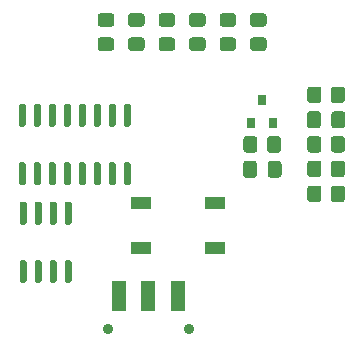
<source format=gbr>
%TF.GenerationSoftware,KiCad,Pcbnew,(5.1.9-0-10_14)*%
%TF.CreationDate,2021-04-10T21:21:16-04:00*%
%TF.ProjectId,Hexo,4865786f-2e6b-4696-9361-645f70636258,1*%
%TF.SameCoordinates,Original*%
%TF.FileFunction,Soldermask,Top*%
%TF.FilePolarity,Negative*%
%FSLAX46Y46*%
G04 Gerber Fmt 4.6, Leading zero omitted, Abs format (unit mm)*
G04 Created by KiCad (PCBNEW (5.1.9-0-10_14)) date 2021-04-10 21:21:16*
%MOMM*%
%LPD*%
G01*
G04 APERTURE LIST*
%ADD10R,1.250000X2.500000*%
%ADD11C,0.900000*%
%ADD12R,1.700000X1.000000*%
%ADD13R,0.800000X0.900000*%
G04 APERTURE END LIST*
%TO.C,R3*%
G36*
G01*
X163022498Y-96858999D02*
X163022498Y-97759001D01*
G75*
G02*
X162772499Y-98009000I-249999J0D01*
G01*
X162072497Y-98009000D01*
G75*
G02*
X161822498Y-97759001I0J249999D01*
G01*
X161822498Y-96858999D01*
G75*
G02*
X162072497Y-96609000I249999J0D01*
G01*
X162772499Y-96609000D01*
G75*
G02*
X163022498Y-96858999I0J-249999D01*
G01*
G37*
G36*
G01*
X165022498Y-96858999D02*
X165022498Y-97759001D01*
G75*
G02*
X164772499Y-98009000I-249999J0D01*
G01*
X164072497Y-98009000D01*
G75*
G02*
X163822498Y-97759001I0J249999D01*
G01*
X163822498Y-96858999D01*
G75*
G02*
X164072497Y-96609000I249999J0D01*
G01*
X164772499Y-96609000D01*
G75*
G02*
X165022498Y-96858999I0J-249999D01*
G01*
G37*
%TD*%
%TO.C,C1*%
G36*
G01*
X159645880Y-94754000D02*
X159645880Y-95704000D01*
G75*
G02*
X159395880Y-95954000I-250000J0D01*
G01*
X158720880Y-95954000D01*
G75*
G02*
X158470880Y-95704000I0J250000D01*
G01*
X158470880Y-94754000D01*
G75*
G02*
X158720880Y-94504000I250000J0D01*
G01*
X159395880Y-94504000D01*
G75*
G02*
X159645880Y-94754000I0J-250000D01*
G01*
G37*
G36*
G01*
X157570880Y-94754000D02*
X157570880Y-95704000D01*
G75*
G02*
X157320880Y-95954000I-250000J0D01*
G01*
X156645880Y-95954000D01*
G75*
G02*
X156395880Y-95704000I0J250000D01*
G01*
X156395880Y-94754000D01*
G75*
G02*
X156645880Y-94504000I250000J0D01*
G01*
X157320880Y-94504000D01*
G75*
G02*
X157570880Y-94754000I0J-250000D01*
G01*
G37*
%TD*%
D10*
%TO.C,SW2*%
X145880880Y-105959000D03*
X148380880Y-105959000D03*
X150880880Y-105959000D03*
D11*
X144980880Y-108709000D03*
X151780880Y-108709000D03*
%TD*%
D12*
%TO.C,SW1*%
X154030880Y-101909000D03*
X147730880Y-101909000D03*
X154030880Y-98109000D03*
X147730880Y-98109000D03*
%TD*%
%TO.C,U2*%
G36*
G01*
X146435880Y-94639000D02*
X146735880Y-94639000D01*
G75*
G02*
X146885880Y-94789000I0J-150000D01*
G01*
X146885880Y-96439000D01*
G75*
G02*
X146735880Y-96589000I-150000J0D01*
G01*
X146435880Y-96589000D01*
G75*
G02*
X146285880Y-96439000I0J150000D01*
G01*
X146285880Y-94789000D01*
G75*
G02*
X146435880Y-94639000I150000J0D01*
G01*
G37*
G36*
G01*
X145165880Y-94639000D02*
X145465880Y-94639000D01*
G75*
G02*
X145615880Y-94789000I0J-150000D01*
G01*
X145615880Y-96439000D01*
G75*
G02*
X145465880Y-96589000I-150000J0D01*
G01*
X145165880Y-96589000D01*
G75*
G02*
X145015880Y-96439000I0J150000D01*
G01*
X145015880Y-94789000D01*
G75*
G02*
X145165880Y-94639000I150000J0D01*
G01*
G37*
G36*
G01*
X143895880Y-94639000D02*
X144195880Y-94639000D01*
G75*
G02*
X144345880Y-94789000I0J-150000D01*
G01*
X144345880Y-96439000D01*
G75*
G02*
X144195880Y-96589000I-150000J0D01*
G01*
X143895880Y-96589000D01*
G75*
G02*
X143745880Y-96439000I0J150000D01*
G01*
X143745880Y-94789000D01*
G75*
G02*
X143895880Y-94639000I150000J0D01*
G01*
G37*
G36*
G01*
X142625880Y-94639000D02*
X142925880Y-94639000D01*
G75*
G02*
X143075880Y-94789000I0J-150000D01*
G01*
X143075880Y-96439000D01*
G75*
G02*
X142925880Y-96589000I-150000J0D01*
G01*
X142625880Y-96589000D01*
G75*
G02*
X142475880Y-96439000I0J150000D01*
G01*
X142475880Y-94789000D01*
G75*
G02*
X142625880Y-94639000I150000J0D01*
G01*
G37*
G36*
G01*
X141355880Y-94639000D02*
X141655880Y-94639000D01*
G75*
G02*
X141805880Y-94789000I0J-150000D01*
G01*
X141805880Y-96439000D01*
G75*
G02*
X141655880Y-96589000I-150000J0D01*
G01*
X141355880Y-96589000D01*
G75*
G02*
X141205880Y-96439000I0J150000D01*
G01*
X141205880Y-94789000D01*
G75*
G02*
X141355880Y-94639000I150000J0D01*
G01*
G37*
G36*
G01*
X140085880Y-94639000D02*
X140385880Y-94639000D01*
G75*
G02*
X140535880Y-94789000I0J-150000D01*
G01*
X140535880Y-96439000D01*
G75*
G02*
X140385880Y-96589000I-150000J0D01*
G01*
X140085880Y-96589000D01*
G75*
G02*
X139935880Y-96439000I0J150000D01*
G01*
X139935880Y-94789000D01*
G75*
G02*
X140085880Y-94639000I150000J0D01*
G01*
G37*
G36*
G01*
X138815880Y-94639000D02*
X139115880Y-94639000D01*
G75*
G02*
X139265880Y-94789000I0J-150000D01*
G01*
X139265880Y-96439000D01*
G75*
G02*
X139115880Y-96589000I-150000J0D01*
G01*
X138815880Y-96589000D01*
G75*
G02*
X138665880Y-96439000I0J150000D01*
G01*
X138665880Y-94789000D01*
G75*
G02*
X138815880Y-94639000I150000J0D01*
G01*
G37*
G36*
G01*
X137545880Y-94639000D02*
X137845880Y-94639000D01*
G75*
G02*
X137995880Y-94789000I0J-150000D01*
G01*
X137995880Y-96439000D01*
G75*
G02*
X137845880Y-96589000I-150000J0D01*
G01*
X137545880Y-96589000D01*
G75*
G02*
X137395880Y-96439000I0J150000D01*
G01*
X137395880Y-94789000D01*
G75*
G02*
X137545880Y-94639000I150000J0D01*
G01*
G37*
G36*
G01*
X137545880Y-89689000D02*
X137845880Y-89689000D01*
G75*
G02*
X137995880Y-89839000I0J-150000D01*
G01*
X137995880Y-91489000D01*
G75*
G02*
X137845880Y-91639000I-150000J0D01*
G01*
X137545880Y-91639000D01*
G75*
G02*
X137395880Y-91489000I0J150000D01*
G01*
X137395880Y-89839000D01*
G75*
G02*
X137545880Y-89689000I150000J0D01*
G01*
G37*
G36*
G01*
X138815880Y-89689000D02*
X139115880Y-89689000D01*
G75*
G02*
X139265880Y-89839000I0J-150000D01*
G01*
X139265880Y-91489000D01*
G75*
G02*
X139115880Y-91639000I-150000J0D01*
G01*
X138815880Y-91639000D01*
G75*
G02*
X138665880Y-91489000I0J150000D01*
G01*
X138665880Y-89839000D01*
G75*
G02*
X138815880Y-89689000I150000J0D01*
G01*
G37*
G36*
G01*
X140085880Y-89689000D02*
X140385880Y-89689000D01*
G75*
G02*
X140535880Y-89839000I0J-150000D01*
G01*
X140535880Y-91489000D01*
G75*
G02*
X140385880Y-91639000I-150000J0D01*
G01*
X140085880Y-91639000D01*
G75*
G02*
X139935880Y-91489000I0J150000D01*
G01*
X139935880Y-89839000D01*
G75*
G02*
X140085880Y-89689000I150000J0D01*
G01*
G37*
G36*
G01*
X141355880Y-89689000D02*
X141655880Y-89689000D01*
G75*
G02*
X141805880Y-89839000I0J-150000D01*
G01*
X141805880Y-91489000D01*
G75*
G02*
X141655880Y-91639000I-150000J0D01*
G01*
X141355880Y-91639000D01*
G75*
G02*
X141205880Y-91489000I0J150000D01*
G01*
X141205880Y-89839000D01*
G75*
G02*
X141355880Y-89689000I150000J0D01*
G01*
G37*
G36*
G01*
X142625880Y-89689000D02*
X142925880Y-89689000D01*
G75*
G02*
X143075880Y-89839000I0J-150000D01*
G01*
X143075880Y-91489000D01*
G75*
G02*
X142925880Y-91639000I-150000J0D01*
G01*
X142625880Y-91639000D01*
G75*
G02*
X142475880Y-91489000I0J150000D01*
G01*
X142475880Y-89839000D01*
G75*
G02*
X142625880Y-89689000I150000J0D01*
G01*
G37*
G36*
G01*
X143895880Y-89689000D02*
X144195880Y-89689000D01*
G75*
G02*
X144345880Y-89839000I0J-150000D01*
G01*
X144345880Y-91489000D01*
G75*
G02*
X144195880Y-91639000I-150000J0D01*
G01*
X143895880Y-91639000D01*
G75*
G02*
X143745880Y-91489000I0J150000D01*
G01*
X143745880Y-89839000D01*
G75*
G02*
X143895880Y-89689000I150000J0D01*
G01*
G37*
G36*
G01*
X145165880Y-89689000D02*
X145465880Y-89689000D01*
G75*
G02*
X145615880Y-89839000I0J-150000D01*
G01*
X145615880Y-91489000D01*
G75*
G02*
X145465880Y-91639000I-150000J0D01*
G01*
X145165880Y-91639000D01*
G75*
G02*
X145015880Y-91489000I0J150000D01*
G01*
X145015880Y-89839000D01*
G75*
G02*
X145165880Y-89689000I150000J0D01*
G01*
G37*
G36*
G01*
X146435880Y-89689000D02*
X146735880Y-89689000D01*
G75*
G02*
X146885880Y-89839000I0J-150000D01*
G01*
X146885880Y-91489000D01*
G75*
G02*
X146735880Y-91639000I-150000J0D01*
G01*
X146435880Y-91639000D01*
G75*
G02*
X146285880Y-91489000I0J150000D01*
G01*
X146285880Y-89839000D01*
G75*
G02*
X146435880Y-89689000I150000J0D01*
G01*
G37*
%TD*%
%TO.C,U1*%
G36*
G01*
X137915880Y-99909000D02*
X137615880Y-99909000D01*
G75*
G02*
X137465880Y-99759000I0J150000D01*
G01*
X137465880Y-98109000D01*
G75*
G02*
X137615880Y-97959000I150000J0D01*
G01*
X137915880Y-97959000D01*
G75*
G02*
X138065880Y-98109000I0J-150000D01*
G01*
X138065880Y-99759000D01*
G75*
G02*
X137915880Y-99909000I-150000J0D01*
G01*
G37*
G36*
G01*
X139185880Y-99909000D02*
X138885880Y-99909000D01*
G75*
G02*
X138735880Y-99759000I0J150000D01*
G01*
X138735880Y-98109000D01*
G75*
G02*
X138885880Y-97959000I150000J0D01*
G01*
X139185880Y-97959000D01*
G75*
G02*
X139335880Y-98109000I0J-150000D01*
G01*
X139335880Y-99759000D01*
G75*
G02*
X139185880Y-99909000I-150000J0D01*
G01*
G37*
G36*
G01*
X140455880Y-99909000D02*
X140155880Y-99909000D01*
G75*
G02*
X140005880Y-99759000I0J150000D01*
G01*
X140005880Y-98109000D01*
G75*
G02*
X140155880Y-97959000I150000J0D01*
G01*
X140455880Y-97959000D01*
G75*
G02*
X140605880Y-98109000I0J-150000D01*
G01*
X140605880Y-99759000D01*
G75*
G02*
X140455880Y-99909000I-150000J0D01*
G01*
G37*
G36*
G01*
X141725880Y-99909000D02*
X141425880Y-99909000D01*
G75*
G02*
X141275880Y-99759000I0J150000D01*
G01*
X141275880Y-98109000D01*
G75*
G02*
X141425880Y-97959000I150000J0D01*
G01*
X141725880Y-97959000D01*
G75*
G02*
X141875880Y-98109000I0J-150000D01*
G01*
X141875880Y-99759000D01*
G75*
G02*
X141725880Y-99909000I-150000J0D01*
G01*
G37*
G36*
G01*
X141725880Y-104859000D02*
X141425880Y-104859000D01*
G75*
G02*
X141275880Y-104709000I0J150000D01*
G01*
X141275880Y-103059000D01*
G75*
G02*
X141425880Y-102909000I150000J0D01*
G01*
X141725880Y-102909000D01*
G75*
G02*
X141875880Y-103059000I0J-150000D01*
G01*
X141875880Y-104709000D01*
G75*
G02*
X141725880Y-104859000I-150000J0D01*
G01*
G37*
G36*
G01*
X140455880Y-104859000D02*
X140155880Y-104859000D01*
G75*
G02*
X140005880Y-104709000I0J150000D01*
G01*
X140005880Y-103059000D01*
G75*
G02*
X140155880Y-102909000I150000J0D01*
G01*
X140455880Y-102909000D01*
G75*
G02*
X140605880Y-103059000I0J-150000D01*
G01*
X140605880Y-104709000D01*
G75*
G02*
X140455880Y-104859000I-150000J0D01*
G01*
G37*
G36*
G01*
X139185880Y-104859000D02*
X138885880Y-104859000D01*
G75*
G02*
X138735880Y-104709000I0J150000D01*
G01*
X138735880Y-103059000D01*
G75*
G02*
X138885880Y-102909000I150000J0D01*
G01*
X139185880Y-102909000D01*
G75*
G02*
X139335880Y-103059000I0J-150000D01*
G01*
X139335880Y-104709000D01*
G75*
G02*
X139185880Y-104859000I-150000J0D01*
G01*
G37*
G36*
G01*
X137915880Y-104859000D02*
X137615880Y-104859000D01*
G75*
G02*
X137465880Y-104709000I0J150000D01*
G01*
X137465880Y-103059000D01*
G75*
G02*
X137615880Y-102909000I150000J0D01*
G01*
X137915880Y-102909000D01*
G75*
G02*
X138065880Y-103059000I0J-150000D01*
G01*
X138065880Y-104709000D01*
G75*
G02*
X137915880Y-104859000I-150000J0D01*
G01*
G37*
%TD*%
%TO.C,R5*%
G36*
G01*
X163022498Y-88468999D02*
X163022498Y-89369001D01*
G75*
G02*
X162772499Y-89619000I-249999J0D01*
G01*
X162072497Y-89619000D01*
G75*
G02*
X161822498Y-89369001I0J249999D01*
G01*
X161822498Y-88468999D01*
G75*
G02*
X162072497Y-88219000I249999J0D01*
G01*
X162772499Y-88219000D01*
G75*
G02*
X163022498Y-88468999I0J-249999D01*
G01*
G37*
G36*
G01*
X165022498Y-88468999D02*
X165022498Y-89369001D01*
G75*
G02*
X164772499Y-89619000I-249999J0D01*
G01*
X164072497Y-89619000D01*
G75*
G02*
X163822498Y-89369001I0J249999D01*
G01*
X163822498Y-88468999D01*
G75*
G02*
X164072497Y-88219000I249999J0D01*
G01*
X164772499Y-88219000D01*
G75*
G02*
X165022498Y-88468999I0J-249999D01*
G01*
G37*
%TD*%
%TO.C,R4*%
G36*
G01*
X163022498Y-94741120D02*
X163022498Y-95641122D01*
G75*
G02*
X162772499Y-95891121I-249999J0D01*
G01*
X162072497Y-95891121D01*
G75*
G02*
X161822498Y-95641122I0J249999D01*
G01*
X161822498Y-94741120D01*
G75*
G02*
X162072497Y-94491121I249999J0D01*
G01*
X162772499Y-94491121D01*
G75*
G02*
X163022498Y-94741120I0J-249999D01*
G01*
G37*
G36*
G01*
X165022498Y-94741120D02*
X165022498Y-95641122D01*
G75*
G02*
X164772499Y-95891121I-249999J0D01*
G01*
X164072497Y-95891121D01*
G75*
G02*
X163822498Y-95641122I0J249999D01*
G01*
X163822498Y-94741120D01*
G75*
G02*
X164072497Y-94491121I249999J0D01*
G01*
X164772499Y-94491121D01*
G75*
G02*
X165022498Y-94741120I0J-249999D01*
G01*
G37*
%TD*%
%TO.C,R2*%
G36*
G01*
X163822498Y-93563338D02*
X163822498Y-92663336D01*
G75*
G02*
X164072497Y-92413337I249999J0D01*
G01*
X164772499Y-92413337D01*
G75*
G02*
X165022498Y-92663336I0J-249999D01*
G01*
X165022498Y-93563338D01*
G75*
G02*
X164772499Y-93813337I-249999J0D01*
G01*
X164072497Y-93813337D01*
G75*
G02*
X163822498Y-93563338I0J249999D01*
G01*
G37*
G36*
G01*
X161822498Y-93563338D02*
X161822498Y-92663336D01*
G75*
G02*
X162072497Y-92413337I249999J0D01*
G01*
X162772499Y-92413337D01*
G75*
G02*
X163022498Y-92663336I0J-249999D01*
G01*
X163022498Y-93563338D01*
G75*
G02*
X162772499Y-93813337I-249999J0D01*
G01*
X162072497Y-93813337D01*
G75*
G02*
X161822498Y-93563338I0J249999D01*
G01*
G37*
%TD*%
%TO.C,R1*%
G36*
G01*
X157610144Y-92673471D02*
X157610144Y-93573473D01*
G75*
G02*
X157360145Y-93823472I-249999J0D01*
G01*
X156660143Y-93823472D01*
G75*
G02*
X156410144Y-93573473I0J249999D01*
G01*
X156410144Y-92673471D01*
G75*
G02*
X156660143Y-92423472I249999J0D01*
G01*
X157360145Y-92423472D01*
G75*
G02*
X157610144Y-92673471I0J-249999D01*
G01*
G37*
G36*
G01*
X159610144Y-92673471D02*
X159610144Y-93573473D01*
G75*
G02*
X159360145Y-93823472I-249999J0D01*
G01*
X158660143Y-93823472D01*
G75*
G02*
X158410144Y-93573473I0J249999D01*
G01*
X158410144Y-92673471D01*
G75*
G02*
X158660143Y-92423472I249999J0D01*
G01*
X159360145Y-92423472D01*
G75*
G02*
X159610144Y-92673471I0J-249999D01*
G01*
G37*
%TD*%
D13*
%TO.C,Q1*%
X158010144Y-89324580D03*
X158960144Y-91324580D03*
X157060144Y-91324580D03*
%TD*%
%TO.C,D6*%
G36*
G01*
X157230879Y-84062544D02*
X158130881Y-84062544D01*
G75*
G02*
X158380880Y-84312543I0J-249999D01*
G01*
X158380880Y-84962545D01*
G75*
G02*
X158130881Y-85212544I-249999J0D01*
G01*
X157230879Y-85212544D01*
G75*
G02*
X156980880Y-84962545I0J249999D01*
G01*
X156980880Y-84312543D01*
G75*
G02*
X157230879Y-84062544I249999J0D01*
G01*
G37*
G36*
G01*
X157230879Y-82012544D02*
X158130881Y-82012544D01*
G75*
G02*
X158380880Y-82262543I0J-249999D01*
G01*
X158380880Y-82912545D01*
G75*
G02*
X158130881Y-83162544I-249999J0D01*
G01*
X157230879Y-83162544D01*
G75*
G02*
X156980880Y-82912545I0J249999D01*
G01*
X156980880Y-82262543D01*
G75*
G02*
X157230879Y-82012544I249999J0D01*
G01*
G37*
%TD*%
%TO.C,D5*%
G36*
G01*
X154650879Y-84062544D02*
X155550881Y-84062544D01*
G75*
G02*
X155800880Y-84312543I0J-249999D01*
G01*
X155800880Y-84962545D01*
G75*
G02*
X155550881Y-85212544I-249999J0D01*
G01*
X154650879Y-85212544D01*
G75*
G02*
X154400880Y-84962545I0J249999D01*
G01*
X154400880Y-84312543D01*
G75*
G02*
X154650879Y-84062544I249999J0D01*
G01*
G37*
G36*
G01*
X154650879Y-82012544D02*
X155550881Y-82012544D01*
G75*
G02*
X155800880Y-82262543I0J-249999D01*
G01*
X155800880Y-82912545D01*
G75*
G02*
X155550881Y-83162544I-249999J0D01*
G01*
X154650879Y-83162544D01*
G75*
G02*
X154400880Y-82912545I0J249999D01*
G01*
X154400880Y-82262543D01*
G75*
G02*
X154650879Y-82012544I249999J0D01*
G01*
G37*
%TD*%
%TO.C,D4*%
G36*
G01*
X152070879Y-84062544D02*
X152970881Y-84062544D01*
G75*
G02*
X153220880Y-84312543I0J-249999D01*
G01*
X153220880Y-84962545D01*
G75*
G02*
X152970881Y-85212544I-249999J0D01*
G01*
X152070879Y-85212544D01*
G75*
G02*
X151820880Y-84962545I0J249999D01*
G01*
X151820880Y-84312543D01*
G75*
G02*
X152070879Y-84062544I249999J0D01*
G01*
G37*
G36*
G01*
X152070879Y-82012544D02*
X152970881Y-82012544D01*
G75*
G02*
X153220880Y-82262543I0J-249999D01*
G01*
X153220880Y-82912545D01*
G75*
G02*
X152970881Y-83162544I-249999J0D01*
G01*
X152070879Y-83162544D01*
G75*
G02*
X151820880Y-82912545I0J249999D01*
G01*
X151820880Y-82262543D01*
G75*
G02*
X152070879Y-82012544I249999J0D01*
G01*
G37*
%TD*%
%TO.C,D3*%
G36*
G01*
X149490879Y-84062544D02*
X150390881Y-84062544D01*
G75*
G02*
X150640880Y-84312543I0J-249999D01*
G01*
X150640880Y-84962545D01*
G75*
G02*
X150390881Y-85212544I-249999J0D01*
G01*
X149490879Y-85212544D01*
G75*
G02*
X149240880Y-84962545I0J249999D01*
G01*
X149240880Y-84312543D01*
G75*
G02*
X149490879Y-84062544I249999J0D01*
G01*
G37*
G36*
G01*
X149490879Y-82012544D02*
X150390881Y-82012544D01*
G75*
G02*
X150640880Y-82262543I0J-249999D01*
G01*
X150640880Y-82912545D01*
G75*
G02*
X150390881Y-83162544I-249999J0D01*
G01*
X149490879Y-83162544D01*
G75*
G02*
X149240880Y-82912545I0J249999D01*
G01*
X149240880Y-82262543D01*
G75*
G02*
X149490879Y-82012544I249999J0D01*
G01*
G37*
%TD*%
%TO.C,D2*%
G36*
G01*
X146910879Y-84062544D02*
X147810881Y-84062544D01*
G75*
G02*
X148060880Y-84312543I0J-249999D01*
G01*
X148060880Y-84962545D01*
G75*
G02*
X147810881Y-85212544I-249999J0D01*
G01*
X146910879Y-85212544D01*
G75*
G02*
X146660880Y-84962545I0J249999D01*
G01*
X146660880Y-84312543D01*
G75*
G02*
X146910879Y-84062544I249999J0D01*
G01*
G37*
G36*
G01*
X146910879Y-82012544D02*
X147810881Y-82012544D01*
G75*
G02*
X148060880Y-82262543I0J-249999D01*
G01*
X148060880Y-82912545D01*
G75*
G02*
X147810881Y-83162544I-249999J0D01*
G01*
X146910879Y-83162544D01*
G75*
G02*
X146660880Y-82912545I0J249999D01*
G01*
X146660880Y-82262543D01*
G75*
G02*
X146910879Y-82012544I249999J0D01*
G01*
G37*
%TD*%
%TO.C,D1*%
G36*
G01*
X144330879Y-84062544D02*
X145230881Y-84062544D01*
G75*
G02*
X145480880Y-84312543I0J-249999D01*
G01*
X145480880Y-84962545D01*
G75*
G02*
X145230881Y-85212544I-249999J0D01*
G01*
X144330879Y-85212544D01*
G75*
G02*
X144080880Y-84962545I0J249999D01*
G01*
X144080880Y-84312543D01*
G75*
G02*
X144330879Y-84062544I249999J0D01*
G01*
G37*
G36*
G01*
X144330879Y-82012544D02*
X145230881Y-82012544D01*
G75*
G02*
X145480880Y-82262543I0J-249999D01*
G01*
X145480880Y-82912545D01*
G75*
G02*
X145230881Y-83162544I-249999J0D01*
G01*
X144330879Y-83162544D01*
G75*
G02*
X144080880Y-82912545I0J249999D01*
G01*
X144080880Y-82262543D01*
G75*
G02*
X144330879Y-82012544I249999J0D01*
G01*
G37*
%TD*%
%TO.C,C2*%
G36*
G01*
X163872498Y-91509445D02*
X163872498Y-90559445D01*
G75*
G02*
X164122498Y-90309445I250000J0D01*
G01*
X164797498Y-90309445D01*
G75*
G02*
X165047498Y-90559445I0J-250000D01*
G01*
X165047498Y-91509445D01*
G75*
G02*
X164797498Y-91759445I-250000J0D01*
G01*
X164122498Y-91759445D01*
G75*
G02*
X163872498Y-91509445I0J250000D01*
G01*
G37*
G36*
G01*
X161797498Y-91509445D02*
X161797498Y-90559445D01*
G75*
G02*
X162047498Y-90309445I250000J0D01*
G01*
X162722498Y-90309445D01*
G75*
G02*
X162972498Y-90559445I0J-250000D01*
G01*
X162972498Y-91509445D01*
G75*
G02*
X162722498Y-91759445I-250000J0D01*
G01*
X162047498Y-91759445D01*
G75*
G02*
X161797498Y-91509445I0J250000D01*
G01*
G37*
%TD*%
M02*

</source>
